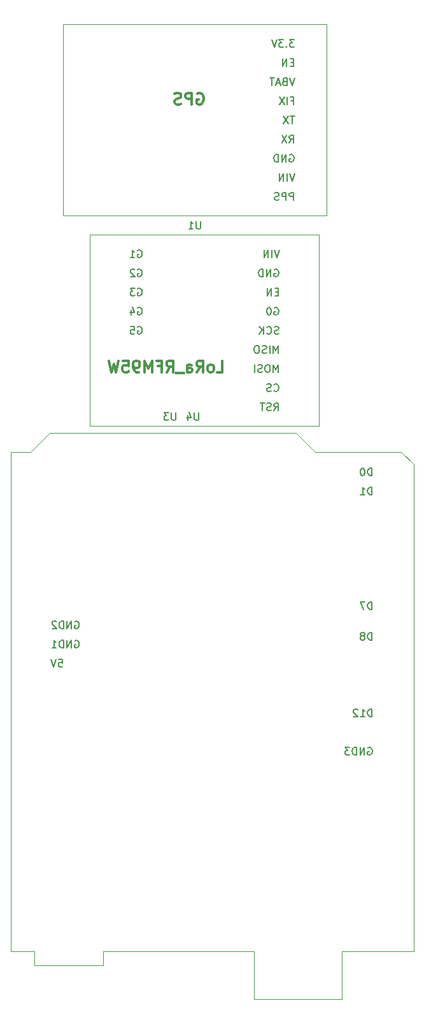
<source format=gbo>
G04 #@! TF.GenerationSoftware,KiCad,Pcbnew,5.1.6-c6e7f7d~87~ubuntu20.04.1*
G04 #@! TF.CreationDate,2020-08-06T14:16:39-04:00*
G04 #@! TF.ProjectId,Buoy_WithGSM,42756f79-5f57-4697-9468-47534d2e6b69,Leonardo Ward*
G04 #@! TF.SameCoordinates,Original*
G04 #@! TF.FileFunction,Legend,Bot*
G04 #@! TF.FilePolarity,Positive*
%FSLAX46Y46*%
G04 Gerber Fmt 4.6, Leading zero omitted, Abs format (unit mm)*
G04 Created by KiCad (PCBNEW 5.1.6-c6e7f7d~87~ubuntu20.04.1) date 2020-08-06 14:16:39*
%MOMM*%
%LPD*%
G01*
G04 APERTURE LIST*
%ADD10C,0.300000*%
%ADD11C,0.120000*%
%ADD12C,0.150000*%
G04 APERTURE END LIST*
D10*
X129316028Y-51345400D02*
X129458885Y-51273971D01*
X129673171Y-51273971D01*
X129887457Y-51345400D01*
X130030314Y-51488257D01*
X130101742Y-51631114D01*
X130173171Y-51916828D01*
X130173171Y-52131114D01*
X130101742Y-52416828D01*
X130030314Y-52559685D01*
X129887457Y-52702542D01*
X129673171Y-52773971D01*
X129530314Y-52773971D01*
X129316028Y-52702542D01*
X129244600Y-52631114D01*
X129244600Y-52131114D01*
X129530314Y-52131114D01*
X128601742Y-52773971D02*
X128601742Y-51273971D01*
X128030314Y-51273971D01*
X127887457Y-51345400D01*
X127816028Y-51416828D01*
X127744600Y-51559685D01*
X127744600Y-51773971D01*
X127816028Y-51916828D01*
X127887457Y-51988257D01*
X128030314Y-52059685D01*
X128601742Y-52059685D01*
X127173171Y-52702542D02*
X126958885Y-52773971D01*
X126601742Y-52773971D01*
X126458885Y-52702542D01*
X126387457Y-52631114D01*
X126316028Y-52488257D01*
X126316028Y-52345400D01*
X126387457Y-52202542D01*
X126458885Y-52131114D01*
X126601742Y-52059685D01*
X126887457Y-51988257D01*
X127030314Y-51916828D01*
X127101742Y-51845400D01*
X127173171Y-51702542D01*
X127173171Y-51559685D01*
X127101742Y-51416828D01*
X127030314Y-51345400D01*
X126887457Y-51273971D01*
X126530314Y-51273971D01*
X126316028Y-51345400D01*
X131946600Y-88333971D02*
X132660885Y-88333971D01*
X132660885Y-86833971D01*
X131232314Y-88333971D02*
X131375171Y-88262542D01*
X131446600Y-88191114D01*
X131518028Y-88048257D01*
X131518028Y-87619685D01*
X131446600Y-87476828D01*
X131375171Y-87405400D01*
X131232314Y-87333971D01*
X131018028Y-87333971D01*
X130875171Y-87405400D01*
X130803742Y-87476828D01*
X130732314Y-87619685D01*
X130732314Y-88048257D01*
X130803742Y-88191114D01*
X130875171Y-88262542D01*
X131018028Y-88333971D01*
X131232314Y-88333971D01*
X129232314Y-88333971D02*
X129732314Y-87619685D01*
X130089457Y-88333971D02*
X130089457Y-86833971D01*
X129518028Y-86833971D01*
X129375171Y-86905400D01*
X129303742Y-86976828D01*
X129232314Y-87119685D01*
X129232314Y-87333971D01*
X129303742Y-87476828D01*
X129375171Y-87548257D01*
X129518028Y-87619685D01*
X130089457Y-87619685D01*
X127946600Y-88333971D02*
X127946600Y-87548257D01*
X128018028Y-87405400D01*
X128160885Y-87333971D01*
X128446600Y-87333971D01*
X128589457Y-87405400D01*
X127946600Y-88262542D02*
X128089457Y-88333971D01*
X128446600Y-88333971D01*
X128589457Y-88262542D01*
X128660885Y-88119685D01*
X128660885Y-87976828D01*
X128589457Y-87833971D01*
X128446600Y-87762542D01*
X128089457Y-87762542D01*
X127946600Y-87691114D01*
X127589457Y-88476828D02*
X126446600Y-88476828D01*
X125232314Y-88333971D02*
X125732314Y-87619685D01*
X126089457Y-88333971D02*
X126089457Y-86833971D01*
X125518028Y-86833971D01*
X125375171Y-86905400D01*
X125303742Y-86976828D01*
X125232314Y-87119685D01*
X125232314Y-87333971D01*
X125303742Y-87476828D01*
X125375171Y-87548257D01*
X125518028Y-87619685D01*
X126089457Y-87619685D01*
X124089457Y-87548257D02*
X124589457Y-87548257D01*
X124589457Y-88333971D02*
X124589457Y-86833971D01*
X123875171Y-86833971D01*
X123303742Y-88333971D02*
X123303742Y-86833971D01*
X122803742Y-87905400D01*
X122303742Y-86833971D01*
X122303742Y-88333971D01*
X121518028Y-88333971D02*
X121232314Y-88333971D01*
X121089457Y-88262542D01*
X121018028Y-88191114D01*
X120875171Y-87976828D01*
X120803742Y-87691114D01*
X120803742Y-87119685D01*
X120875171Y-86976828D01*
X120946600Y-86905400D01*
X121089457Y-86833971D01*
X121375171Y-86833971D01*
X121518028Y-86905400D01*
X121589457Y-86976828D01*
X121660885Y-87119685D01*
X121660885Y-87476828D01*
X121589457Y-87619685D01*
X121518028Y-87691114D01*
X121375171Y-87762542D01*
X121089457Y-87762542D01*
X120946600Y-87691114D01*
X120875171Y-87619685D01*
X120803742Y-87476828D01*
X119446600Y-86833971D02*
X120160885Y-86833971D01*
X120232314Y-87548257D01*
X120160885Y-87476828D01*
X120018028Y-87405400D01*
X119660885Y-87405400D01*
X119518028Y-87476828D01*
X119446600Y-87548257D01*
X119375171Y-87691114D01*
X119375171Y-88048257D01*
X119446600Y-88191114D01*
X119518028Y-88262542D01*
X119660885Y-88333971D01*
X120018028Y-88333971D01*
X120160885Y-88262542D01*
X120232314Y-88191114D01*
X118875171Y-86833971D02*
X118518028Y-88333971D01*
X118232314Y-87262542D01*
X117946600Y-88333971D01*
X117589457Y-86833971D01*
D11*
X145012600Y-98955400D02*
X142472600Y-96415400D01*
X156442600Y-98955400D02*
X145012600Y-98955400D01*
X158092600Y-100605400D02*
X156442600Y-98955400D01*
X158092600Y-165255400D02*
X158092600Y-100605400D01*
X148562600Y-165255400D02*
X158092600Y-165255400D01*
X148562600Y-171605400D02*
X148562600Y-165255400D01*
X136882600Y-171605400D02*
X148562600Y-171605400D01*
X136882600Y-165255400D02*
X136882600Y-171605400D01*
X116812600Y-165255400D02*
X136882600Y-165255400D01*
X116812600Y-167155400D02*
X116812600Y-165255400D01*
X107672600Y-167155400D02*
X116812600Y-167155400D01*
X107672600Y-165255400D02*
X107672600Y-167155400D01*
X104492600Y-165255400D02*
X107672600Y-165255400D01*
X104492600Y-98955400D02*
X104492600Y-165255400D01*
X107162600Y-98955400D02*
X104492600Y-98955400D01*
X109702600Y-96415400D02*
X107162600Y-98955400D01*
X142472600Y-96415400D02*
X109702600Y-96415400D01*
X111480600Y-42189400D02*
X111480600Y-67589400D01*
X111480600Y-67589400D02*
X146532600Y-67589400D01*
X146532600Y-67589400D02*
X146532600Y-42189400D01*
X146532600Y-42189400D02*
X111480600Y-42189400D01*
X115036600Y-70129400D02*
X145516600Y-70129400D01*
X115036600Y-95529400D02*
X115036600Y-70129400D01*
X145516600Y-95529400D02*
X115036600Y-95529400D01*
X145516600Y-70129400D02*
X145516600Y-95529400D01*
D12*
X129514504Y-93711780D02*
X129514504Y-94521304D01*
X129466885Y-94616542D01*
X129419266Y-94664161D01*
X129324028Y-94711780D01*
X129133552Y-94711780D01*
X129038314Y-94664161D01*
X128990695Y-94616542D01*
X128943076Y-94521304D01*
X128943076Y-93711780D01*
X128038314Y-94045114D02*
X128038314Y-94711780D01*
X128276409Y-93664161D02*
X128514504Y-94378447D01*
X127895457Y-94378447D01*
X110895338Y-126477780D02*
X111371528Y-126477780D01*
X111419147Y-126953971D01*
X111371528Y-126906352D01*
X111276290Y-126858733D01*
X111038195Y-126858733D01*
X110942957Y-126906352D01*
X110895338Y-126953971D01*
X110847719Y-127049209D01*
X110847719Y-127287304D01*
X110895338Y-127382542D01*
X110942957Y-127430161D01*
X111038195Y-127477780D01*
X111276290Y-127477780D01*
X111371528Y-127430161D01*
X111419147Y-127382542D01*
X110562004Y-126477780D02*
X110228671Y-127477780D01*
X109895338Y-126477780D01*
X113038195Y-123985400D02*
X113133433Y-123937780D01*
X113276290Y-123937780D01*
X113419147Y-123985400D01*
X113514385Y-124080638D01*
X113562004Y-124175876D01*
X113609623Y-124366352D01*
X113609623Y-124509209D01*
X113562004Y-124699685D01*
X113514385Y-124794923D01*
X113419147Y-124890161D01*
X113276290Y-124937780D01*
X113181052Y-124937780D01*
X113038195Y-124890161D01*
X112990576Y-124842542D01*
X112990576Y-124509209D01*
X113181052Y-124509209D01*
X112562004Y-124937780D02*
X112562004Y-123937780D01*
X111990576Y-124937780D01*
X111990576Y-123937780D01*
X111514385Y-124937780D02*
X111514385Y-123937780D01*
X111276290Y-123937780D01*
X111133433Y-123985400D01*
X111038195Y-124080638D01*
X110990576Y-124175876D01*
X110942957Y-124366352D01*
X110942957Y-124509209D01*
X110990576Y-124699685D01*
X111038195Y-124794923D01*
X111133433Y-124890161D01*
X111276290Y-124937780D01*
X111514385Y-124937780D01*
X109990576Y-124937780D02*
X110562004Y-124937780D01*
X110276290Y-124937780D02*
X110276290Y-123937780D01*
X110371528Y-124080638D01*
X110466766Y-124175876D01*
X110562004Y-124223495D01*
X113038195Y-121445400D02*
X113133433Y-121397780D01*
X113276290Y-121397780D01*
X113419147Y-121445400D01*
X113514385Y-121540638D01*
X113562004Y-121635876D01*
X113609623Y-121826352D01*
X113609623Y-121969209D01*
X113562004Y-122159685D01*
X113514385Y-122254923D01*
X113419147Y-122350161D01*
X113276290Y-122397780D01*
X113181052Y-122397780D01*
X113038195Y-122350161D01*
X112990576Y-122302542D01*
X112990576Y-121969209D01*
X113181052Y-121969209D01*
X112562004Y-122397780D02*
X112562004Y-121397780D01*
X111990576Y-122397780D01*
X111990576Y-121397780D01*
X111514385Y-122397780D02*
X111514385Y-121397780D01*
X111276290Y-121397780D01*
X111133433Y-121445400D01*
X111038195Y-121540638D01*
X110990576Y-121635876D01*
X110942957Y-121826352D01*
X110942957Y-121969209D01*
X110990576Y-122159685D01*
X111038195Y-122254923D01*
X111133433Y-122350161D01*
X111276290Y-122397780D01*
X111514385Y-122397780D01*
X110562004Y-121493019D02*
X110514385Y-121445400D01*
X110419147Y-121397780D01*
X110181052Y-121397780D01*
X110085814Y-121445400D01*
X110038195Y-121493019D01*
X109990576Y-121588257D01*
X109990576Y-121683495D01*
X110038195Y-121826352D01*
X110609623Y-122397780D01*
X109990576Y-122397780D01*
X152547004Y-102077780D02*
X152547004Y-101077780D01*
X152308909Y-101077780D01*
X152166052Y-101125400D01*
X152070814Y-101220638D01*
X152023195Y-101315876D01*
X151975576Y-101506352D01*
X151975576Y-101649209D01*
X152023195Y-101839685D01*
X152070814Y-101934923D01*
X152166052Y-102030161D01*
X152308909Y-102077780D01*
X152547004Y-102077780D01*
X151356528Y-101077780D02*
X151261290Y-101077780D01*
X151166052Y-101125400D01*
X151118433Y-101173019D01*
X151070814Y-101268257D01*
X151023195Y-101458733D01*
X151023195Y-101696828D01*
X151070814Y-101887304D01*
X151118433Y-101982542D01*
X151166052Y-102030161D01*
X151261290Y-102077780D01*
X151356528Y-102077780D01*
X151451766Y-102030161D01*
X151499385Y-101982542D01*
X151547004Y-101887304D01*
X151594623Y-101696828D01*
X151594623Y-101458733D01*
X151547004Y-101268257D01*
X151499385Y-101173019D01*
X151451766Y-101125400D01*
X151356528Y-101077780D01*
X152547004Y-104617780D02*
X152547004Y-103617780D01*
X152308909Y-103617780D01*
X152166052Y-103665400D01*
X152070814Y-103760638D01*
X152023195Y-103855876D01*
X151975576Y-104046352D01*
X151975576Y-104189209D01*
X152023195Y-104379685D01*
X152070814Y-104474923D01*
X152166052Y-104570161D01*
X152308909Y-104617780D01*
X152547004Y-104617780D01*
X151023195Y-104617780D02*
X151594623Y-104617780D01*
X151308909Y-104617780D02*
X151308909Y-103617780D01*
X151404147Y-103760638D01*
X151499385Y-103855876D01*
X151594623Y-103903495D01*
X152547004Y-119857780D02*
X152547004Y-118857780D01*
X152308909Y-118857780D01*
X152166052Y-118905400D01*
X152070814Y-119000638D01*
X152023195Y-119095876D01*
X151975576Y-119286352D01*
X151975576Y-119429209D01*
X152023195Y-119619685D01*
X152070814Y-119714923D01*
X152166052Y-119810161D01*
X152308909Y-119857780D01*
X152547004Y-119857780D01*
X151642242Y-118857780D02*
X150975576Y-118857780D01*
X151404147Y-119857780D01*
X152547004Y-123921780D02*
X152547004Y-122921780D01*
X152308909Y-122921780D01*
X152166052Y-122969400D01*
X152070814Y-123064638D01*
X152023195Y-123159876D01*
X151975576Y-123350352D01*
X151975576Y-123493209D01*
X152023195Y-123683685D01*
X152070814Y-123778923D01*
X152166052Y-123874161D01*
X152308909Y-123921780D01*
X152547004Y-123921780D01*
X151404147Y-123350352D02*
X151499385Y-123302733D01*
X151547004Y-123255114D01*
X151594623Y-123159876D01*
X151594623Y-123112257D01*
X151547004Y-123017019D01*
X151499385Y-122969400D01*
X151404147Y-122921780D01*
X151213671Y-122921780D01*
X151118433Y-122969400D01*
X151070814Y-123017019D01*
X151023195Y-123112257D01*
X151023195Y-123159876D01*
X151070814Y-123255114D01*
X151118433Y-123302733D01*
X151213671Y-123350352D01*
X151404147Y-123350352D01*
X151499385Y-123397971D01*
X151547004Y-123445590D01*
X151594623Y-123540828D01*
X151594623Y-123731304D01*
X151547004Y-123826542D01*
X151499385Y-123874161D01*
X151404147Y-123921780D01*
X151213671Y-123921780D01*
X151118433Y-123874161D01*
X151070814Y-123826542D01*
X151023195Y-123731304D01*
X151023195Y-123540828D01*
X151070814Y-123445590D01*
X151118433Y-123397971D01*
X151213671Y-123350352D01*
X152547004Y-134081780D02*
X152547004Y-133081780D01*
X152308909Y-133081780D01*
X152166052Y-133129400D01*
X152070814Y-133224638D01*
X152023195Y-133319876D01*
X151975576Y-133510352D01*
X151975576Y-133653209D01*
X152023195Y-133843685D01*
X152070814Y-133938923D01*
X152166052Y-134034161D01*
X152308909Y-134081780D01*
X152547004Y-134081780D01*
X151023195Y-134081780D02*
X151594623Y-134081780D01*
X151308909Y-134081780D02*
X151308909Y-133081780D01*
X151404147Y-133224638D01*
X151499385Y-133319876D01*
X151594623Y-133367495D01*
X150642242Y-133177019D02*
X150594623Y-133129400D01*
X150499385Y-133081780D01*
X150261290Y-133081780D01*
X150166052Y-133129400D01*
X150118433Y-133177019D01*
X150070814Y-133272257D01*
X150070814Y-133367495D01*
X150118433Y-133510352D01*
X150689861Y-134081780D01*
X150070814Y-134081780D01*
X152023195Y-138209400D02*
X152118433Y-138161780D01*
X152261290Y-138161780D01*
X152404147Y-138209400D01*
X152499385Y-138304638D01*
X152547004Y-138399876D01*
X152594623Y-138590352D01*
X152594623Y-138733209D01*
X152547004Y-138923685D01*
X152499385Y-139018923D01*
X152404147Y-139114161D01*
X152261290Y-139161780D01*
X152166052Y-139161780D01*
X152023195Y-139114161D01*
X151975576Y-139066542D01*
X151975576Y-138733209D01*
X152166052Y-138733209D01*
X151547004Y-139161780D02*
X151547004Y-138161780D01*
X150975576Y-139161780D01*
X150975576Y-138161780D01*
X150499385Y-139161780D02*
X150499385Y-138161780D01*
X150261290Y-138161780D01*
X150118433Y-138209400D01*
X150023195Y-138304638D01*
X149975576Y-138399876D01*
X149927957Y-138590352D01*
X149927957Y-138733209D01*
X149975576Y-138923685D01*
X150023195Y-139018923D01*
X150118433Y-139114161D01*
X150261290Y-139161780D01*
X150499385Y-139161780D01*
X149594623Y-138161780D02*
X148975576Y-138161780D01*
X149308909Y-138542733D01*
X149166052Y-138542733D01*
X149070814Y-138590352D01*
X149023195Y-138637971D01*
X148975576Y-138733209D01*
X148975576Y-138971304D01*
X149023195Y-139066542D01*
X149070814Y-139114161D01*
X149166052Y-139161780D01*
X149451766Y-139161780D01*
X149547004Y-139114161D01*
X149594623Y-139066542D01*
X129768504Y-68311780D02*
X129768504Y-69121304D01*
X129720885Y-69216542D01*
X129673266Y-69264161D01*
X129578028Y-69311780D01*
X129387552Y-69311780D01*
X129292314Y-69264161D01*
X129244695Y-69216542D01*
X129197076Y-69121304D01*
X129197076Y-68311780D01*
X128197076Y-69311780D02*
X128768504Y-69311780D01*
X128482790Y-69311780D02*
X128482790Y-68311780D01*
X128578028Y-68454638D01*
X128673266Y-68549876D01*
X128768504Y-68597495D01*
X142133004Y-65501780D02*
X142133004Y-64501780D01*
X141752052Y-64501780D01*
X141656814Y-64549400D01*
X141609195Y-64597019D01*
X141561576Y-64692257D01*
X141561576Y-64835114D01*
X141609195Y-64930352D01*
X141656814Y-64977971D01*
X141752052Y-65025590D01*
X142133004Y-65025590D01*
X141133004Y-65501780D02*
X141133004Y-64501780D01*
X140752052Y-64501780D01*
X140656814Y-64549400D01*
X140609195Y-64597019D01*
X140561576Y-64692257D01*
X140561576Y-64835114D01*
X140609195Y-64930352D01*
X140656814Y-64977971D01*
X140752052Y-65025590D01*
X141133004Y-65025590D01*
X140180623Y-65454161D02*
X140037766Y-65501780D01*
X139799671Y-65501780D01*
X139704433Y-65454161D01*
X139656814Y-65406542D01*
X139609195Y-65311304D01*
X139609195Y-65216066D01*
X139656814Y-65120828D01*
X139704433Y-65073209D01*
X139799671Y-65025590D01*
X139990147Y-64977971D01*
X140085385Y-64930352D01*
X140133004Y-64882733D01*
X140180623Y-64787495D01*
X140180623Y-64692257D01*
X140133004Y-64597019D01*
X140085385Y-64549400D01*
X139990147Y-64501780D01*
X139752052Y-64501780D01*
X139609195Y-64549400D01*
X142275861Y-61961780D02*
X141942528Y-62961780D01*
X141609195Y-61961780D01*
X141275861Y-62961780D02*
X141275861Y-61961780D01*
X140799671Y-62961780D02*
X140799671Y-61961780D01*
X140228242Y-62961780D01*
X140228242Y-61961780D01*
X141609195Y-59469400D02*
X141704433Y-59421780D01*
X141847290Y-59421780D01*
X141990147Y-59469400D01*
X142085385Y-59564638D01*
X142133004Y-59659876D01*
X142180623Y-59850352D01*
X142180623Y-59993209D01*
X142133004Y-60183685D01*
X142085385Y-60278923D01*
X141990147Y-60374161D01*
X141847290Y-60421780D01*
X141752052Y-60421780D01*
X141609195Y-60374161D01*
X141561576Y-60326542D01*
X141561576Y-59993209D01*
X141752052Y-59993209D01*
X141133004Y-60421780D02*
X141133004Y-59421780D01*
X140561576Y-60421780D01*
X140561576Y-59421780D01*
X140085385Y-60421780D02*
X140085385Y-59421780D01*
X139847290Y-59421780D01*
X139704433Y-59469400D01*
X139609195Y-59564638D01*
X139561576Y-59659876D01*
X139513957Y-59850352D01*
X139513957Y-59993209D01*
X139561576Y-60183685D01*
X139609195Y-60278923D01*
X139704433Y-60374161D01*
X139847290Y-60421780D01*
X140085385Y-60421780D01*
X141561576Y-57881780D02*
X141894909Y-57405590D01*
X142133004Y-57881780D02*
X142133004Y-56881780D01*
X141752052Y-56881780D01*
X141656814Y-56929400D01*
X141609195Y-56977019D01*
X141561576Y-57072257D01*
X141561576Y-57215114D01*
X141609195Y-57310352D01*
X141656814Y-57357971D01*
X141752052Y-57405590D01*
X142133004Y-57405590D01*
X141228242Y-56881780D02*
X140561576Y-57881780D01*
X140561576Y-56881780D02*
X141228242Y-57881780D01*
X142275861Y-54341780D02*
X141704433Y-54341780D01*
X141990147Y-55341780D02*
X141990147Y-54341780D01*
X141466338Y-54341780D02*
X140799671Y-55341780D01*
X140799671Y-54341780D02*
X141466338Y-55341780D01*
X141799671Y-52277971D02*
X142133004Y-52277971D01*
X142133004Y-52801780D02*
X142133004Y-51801780D01*
X141656814Y-51801780D01*
X141275861Y-52801780D02*
X141275861Y-51801780D01*
X140894909Y-51801780D02*
X140228242Y-52801780D01*
X140228242Y-51801780D02*
X140894909Y-52801780D01*
X142275861Y-49261780D02*
X141942528Y-50261780D01*
X141609195Y-49261780D01*
X140942528Y-49737971D02*
X140799671Y-49785590D01*
X140752052Y-49833209D01*
X140704433Y-49928447D01*
X140704433Y-50071304D01*
X140752052Y-50166542D01*
X140799671Y-50214161D01*
X140894909Y-50261780D01*
X141275861Y-50261780D01*
X141275861Y-49261780D01*
X140942528Y-49261780D01*
X140847290Y-49309400D01*
X140799671Y-49357019D01*
X140752052Y-49452257D01*
X140752052Y-49547495D01*
X140799671Y-49642733D01*
X140847290Y-49690352D01*
X140942528Y-49737971D01*
X141275861Y-49737971D01*
X140323480Y-49976066D02*
X139847290Y-49976066D01*
X140418719Y-50261780D02*
X140085385Y-49261780D01*
X139752052Y-50261780D01*
X139561576Y-49261780D02*
X138990147Y-49261780D01*
X139275861Y-50261780D02*
X139275861Y-49261780D01*
X142133004Y-47197971D02*
X141799671Y-47197971D01*
X141656814Y-47721780D02*
X142133004Y-47721780D01*
X142133004Y-46721780D01*
X141656814Y-46721780D01*
X141228242Y-47721780D02*
X141228242Y-46721780D01*
X140656814Y-47721780D01*
X140656814Y-46721780D01*
X142228242Y-44181780D02*
X141609195Y-44181780D01*
X141942528Y-44562733D01*
X141799671Y-44562733D01*
X141704433Y-44610352D01*
X141656814Y-44657971D01*
X141609195Y-44753209D01*
X141609195Y-44991304D01*
X141656814Y-45086542D01*
X141704433Y-45134161D01*
X141799671Y-45181780D01*
X142085385Y-45181780D01*
X142180623Y-45134161D01*
X142228242Y-45086542D01*
X141180623Y-45086542D02*
X141133004Y-45134161D01*
X141180623Y-45181780D01*
X141228242Y-45134161D01*
X141180623Y-45086542D01*
X141180623Y-45181780D01*
X140799671Y-44181780D02*
X140180623Y-44181780D01*
X140513957Y-44562733D01*
X140371100Y-44562733D01*
X140275861Y-44610352D01*
X140228242Y-44657971D01*
X140180623Y-44753209D01*
X140180623Y-44991304D01*
X140228242Y-45086542D01*
X140275861Y-45134161D01*
X140371100Y-45181780D01*
X140656814Y-45181780D01*
X140752052Y-45134161D01*
X140799671Y-45086542D01*
X139894909Y-44181780D02*
X139561576Y-45181780D01*
X139228242Y-44181780D01*
X126466504Y-93711780D02*
X126466504Y-94521304D01*
X126418885Y-94616542D01*
X126371266Y-94664161D01*
X126276028Y-94711780D01*
X126085552Y-94711780D01*
X125990314Y-94664161D01*
X125942695Y-94616542D01*
X125895076Y-94521304D01*
X125895076Y-93711780D01*
X125514123Y-93711780D02*
X124895076Y-93711780D01*
X125228409Y-94092733D01*
X125085552Y-94092733D01*
X124990314Y-94140352D01*
X124942695Y-94187971D01*
X124895076Y-94283209D01*
X124895076Y-94521304D01*
X124942695Y-94616542D01*
X124990314Y-94664161D01*
X125085552Y-94711780D01*
X125371266Y-94711780D01*
X125466504Y-94664161D01*
X125514123Y-94616542D01*
X140243861Y-72121780D02*
X139910528Y-73121780D01*
X139577195Y-72121780D01*
X139243861Y-73121780D02*
X139243861Y-72121780D01*
X138767671Y-73121780D02*
X138767671Y-72121780D01*
X138196242Y-73121780D01*
X138196242Y-72121780D01*
X139577195Y-74709400D02*
X139672433Y-74661780D01*
X139815290Y-74661780D01*
X139958147Y-74709400D01*
X140053385Y-74804638D01*
X140101004Y-74899876D01*
X140148623Y-75090352D01*
X140148623Y-75233209D01*
X140101004Y-75423685D01*
X140053385Y-75518923D01*
X139958147Y-75614161D01*
X139815290Y-75661780D01*
X139720052Y-75661780D01*
X139577195Y-75614161D01*
X139529576Y-75566542D01*
X139529576Y-75233209D01*
X139720052Y-75233209D01*
X139101004Y-75661780D02*
X139101004Y-74661780D01*
X138529576Y-75661780D01*
X138529576Y-74661780D01*
X138053385Y-75661780D02*
X138053385Y-74661780D01*
X137815290Y-74661780D01*
X137672433Y-74709400D01*
X137577195Y-74804638D01*
X137529576Y-74899876D01*
X137481957Y-75090352D01*
X137481957Y-75233209D01*
X137529576Y-75423685D01*
X137577195Y-75518923D01*
X137672433Y-75614161D01*
X137815290Y-75661780D01*
X138053385Y-75661780D01*
X140101004Y-77677971D02*
X139767671Y-77677971D01*
X139624814Y-78201780D02*
X140101004Y-78201780D01*
X140101004Y-77201780D01*
X139624814Y-77201780D01*
X139196242Y-78201780D02*
X139196242Y-77201780D01*
X138624814Y-78201780D01*
X138624814Y-77201780D01*
X139577195Y-79789400D02*
X139672433Y-79741780D01*
X139815290Y-79741780D01*
X139958147Y-79789400D01*
X140053385Y-79884638D01*
X140101004Y-79979876D01*
X140148623Y-80170352D01*
X140148623Y-80313209D01*
X140101004Y-80503685D01*
X140053385Y-80598923D01*
X139958147Y-80694161D01*
X139815290Y-80741780D01*
X139720052Y-80741780D01*
X139577195Y-80694161D01*
X139529576Y-80646542D01*
X139529576Y-80313209D01*
X139720052Y-80313209D01*
X138910528Y-79741780D02*
X138815290Y-79741780D01*
X138720052Y-79789400D01*
X138672433Y-79837019D01*
X138624814Y-79932257D01*
X138577195Y-80122733D01*
X138577195Y-80360828D01*
X138624814Y-80551304D01*
X138672433Y-80646542D01*
X138720052Y-80694161D01*
X138815290Y-80741780D01*
X138910528Y-80741780D01*
X139005766Y-80694161D01*
X139053385Y-80646542D01*
X139101004Y-80551304D01*
X139148623Y-80360828D01*
X139148623Y-80122733D01*
X139101004Y-79932257D01*
X139053385Y-79837019D01*
X139005766Y-79789400D01*
X138910528Y-79741780D01*
X140148623Y-83234161D02*
X140005766Y-83281780D01*
X139767671Y-83281780D01*
X139672433Y-83234161D01*
X139624814Y-83186542D01*
X139577195Y-83091304D01*
X139577195Y-82996066D01*
X139624814Y-82900828D01*
X139672433Y-82853209D01*
X139767671Y-82805590D01*
X139958147Y-82757971D01*
X140053385Y-82710352D01*
X140101004Y-82662733D01*
X140148623Y-82567495D01*
X140148623Y-82472257D01*
X140101004Y-82377019D01*
X140053385Y-82329400D01*
X139958147Y-82281780D01*
X139720052Y-82281780D01*
X139577195Y-82329400D01*
X138577195Y-83186542D02*
X138624814Y-83234161D01*
X138767671Y-83281780D01*
X138862909Y-83281780D01*
X139005766Y-83234161D01*
X139101004Y-83138923D01*
X139148623Y-83043685D01*
X139196242Y-82853209D01*
X139196242Y-82710352D01*
X139148623Y-82519876D01*
X139101004Y-82424638D01*
X139005766Y-82329400D01*
X138862909Y-82281780D01*
X138767671Y-82281780D01*
X138624814Y-82329400D01*
X138577195Y-82377019D01*
X138148623Y-83281780D02*
X138148623Y-82281780D01*
X137577195Y-83281780D02*
X138005766Y-82710352D01*
X137577195Y-82281780D02*
X138148623Y-82853209D01*
X140101004Y-85821780D02*
X140101004Y-84821780D01*
X139767671Y-85536066D01*
X139434338Y-84821780D01*
X139434338Y-85821780D01*
X138958147Y-85821780D02*
X138958147Y-84821780D01*
X138529576Y-85774161D02*
X138386719Y-85821780D01*
X138148623Y-85821780D01*
X138053385Y-85774161D01*
X138005766Y-85726542D01*
X137958147Y-85631304D01*
X137958147Y-85536066D01*
X138005766Y-85440828D01*
X138053385Y-85393209D01*
X138148623Y-85345590D01*
X138339100Y-85297971D01*
X138434338Y-85250352D01*
X138481957Y-85202733D01*
X138529576Y-85107495D01*
X138529576Y-85012257D01*
X138481957Y-84917019D01*
X138434338Y-84869400D01*
X138339100Y-84821780D01*
X138101004Y-84821780D01*
X137958147Y-84869400D01*
X137339100Y-84821780D02*
X137148623Y-84821780D01*
X137053385Y-84869400D01*
X136958147Y-84964638D01*
X136910528Y-85155114D01*
X136910528Y-85488447D01*
X136958147Y-85678923D01*
X137053385Y-85774161D01*
X137148623Y-85821780D01*
X137339100Y-85821780D01*
X137434338Y-85774161D01*
X137529576Y-85678923D01*
X137577195Y-85488447D01*
X137577195Y-85155114D01*
X137529576Y-84964638D01*
X137434338Y-84869400D01*
X137339100Y-84821780D01*
X140101004Y-88361780D02*
X140101004Y-87361780D01*
X139767671Y-88076066D01*
X139434338Y-87361780D01*
X139434338Y-88361780D01*
X138767671Y-87361780D02*
X138577195Y-87361780D01*
X138481957Y-87409400D01*
X138386719Y-87504638D01*
X138339100Y-87695114D01*
X138339100Y-88028447D01*
X138386719Y-88218923D01*
X138481957Y-88314161D01*
X138577195Y-88361780D01*
X138767671Y-88361780D01*
X138862909Y-88314161D01*
X138958147Y-88218923D01*
X139005766Y-88028447D01*
X139005766Y-87695114D01*
X138958147Y-87504638D01*
X138862909Y-87409400D01*
X138767671Y-87361780D01*
X137958147Y-88314161D02*
X137815290Y-88361780D01*
X137577195Y-88361780D01*
X137481957Y-88314161D01*
X137434338Y-88266542D01*
X137386719Y-88171304D01*
X137386719Y-88076066D01*
X137434338Y-87980828D01*
X137481957Y-87933209D01*
X137577195Y-87885590D01*
X137767671Y-87837971D01*
X137862909Y-87790352D01*
X137910528Y-87742733D01*
X137958147Y-87647495D01*
X137958147Y-87552257D01*
X137910528Y-87457019D01*
X137862909Y-87409400D01*
X137767671Y-87361780D01*
X137529576Y-87361780D01*
X137386719Y-87409400D01*
X136958147Y-88361780D02*
X136958147Y-87361780D01*
X139529576Y-90806542D02*
X139577195Y-90854161D01*
X139720052Y-90901780D01*
X139815290Y-90901780D01*
X139958147Y-90854161D01*
X140053385Y-90758923D01*
X140101004Y-90663685D01*
X140148623Y-90473209D01*
X140148623Y-90330352D01*
X140101004Y-90139876D01*
X140053385Y-90044638D01*
X139958147Y-89949400D01*
X139815290Y-89901780D01*
X139720052Y-89901780D01*
X139577195Y-89949400D01*
X139529576Y-89997019D01*
X139148623Y-90854161D02*
X139005766Y-90901780D01*
X138767671Y-90901780D01*
X138672433Y-90854161D01*
X138624814Y-90806542D01*
X138577195Y-90711304D01*
X138577195Y-90616066D01*
X138624814Y-90520828D01*
X138672433Y-90473209D01*
X138767671Y-90425590D01*
X138958147Y-90377971D01*
X139053385Y-90330352D01*
X139101004Y-90282733D01*
X139148623Y-90187495D01*
X139148623Y-90092257D01*
X139101004Y-89997019D01*
X139053385Y-89949400D01*
X138958147Y-89901780D01*
X138720052Y-89901780D01*
X138577195Y-89949400D01*
X139529576Y-93441780D02*
X139862909Y-92965590D01*
X140101004Y-93441780D02*
X140101004Y-92441780D01*
X139720052Y-92441780D01*
X139624814Y-92489400D01*
X139577195Y-92537019D01*
X139529576Y-92632257D01*
X139529576Y-92775114D01*
X139577195Y-92870352D01*
X139624814Y-92917971D01*
X139720052Y-92965590D01*
X140101004Y-92965590D01*
X139148623Y-93394161D02*
X139005766Y-93441780D01*
X138767671Y-93441780D01*
X138672433Y-93394161D01*
X138624814Y-93346542D01*
X138577195Y-93251304D01*
X138577195Y-93156066D01*
X138624814Y-93060828D01*
X138672433Y-93013209D01*
X138767671Y-92965590D01*
X138958147Y-92917971D01*
X139053385Y-92870352D01*
X139101004Y-92822733D01*
X139148623Y-92727495D01*
X139148623Y-92632257D01*
X139101004Y-92537019D01*
X139053385Y-92489400D01*
X138958147Y-92441780D01*
X138720052Y-92441780D01*
X138577195Y-92489400D01*
X138291480Y-92441780D02*
X137720052Y-92441780D01*
X138005766Y-93441780D02*
X138005766Y-92441780D01*
X121404576Y-72169400D02*
X121499814Y-72121780D01*
X121642671Y-72121780D01*
X121785528Y-72169400D01*
X121880766Y-72264638D01*
X121928385Y-72359876D01*
X121976004Y-72550352D01*
X121976004Y-72693209D01*
X121928385Y-72883685D01*
X121880766Y-72978923D01*
X121785528Y-73074161D01*
X121642671Y-73121780D01*
X121547433Y-73121780D01*
X121404576Y-73074161D01*
X121356957Y-73026542D01*
X121356957Y-72693209D01*
X121547433Y-72693209D01*
X120404576Y-73121780D02*
X120976004Y-73121780D01*
X120690290Y-73121780D02*
X120690290Y-72121780D01*
X120785528Y-72264638D01*
X120880766Y-72359876D01*
X120976004Y-72407495D01*
X121404576Y-74709400D02*
X121499814Y-74661780D01*
X121642671Y-74661780D01*
X121785528Y-74709400D01*
X121880766Y-74804638D01*
X121928385Y-74899876D01*
X121976004Y-75090352D01*
X121976004Y-75233209D01*
X121928385Y-75423685D01*
X121880766Y-75518923D01*
X121785528Y-75614161D01*
X121642671Y-75661780D01*
X121547433Y-75661780D01*
X121404576Y-75614161D01*
X121356957Y-75566542D01*
X121356957Y-75233209D01*
X121547433Y-75233209D01*
X120976004Y-74757019D02*
X120928385Y-74709400D01*
X120833147Y-74661780D01*
X120595052Y-74661780D01*
X120499814Y-74709400D01*
X120452195Y-74757019D01*
X120404576Y-74852257D01*
X120404576Y-74947495D01*
X120452195Y-75090352D01*
X121023623Y-75661780D01*
X120404576Y-75661780D01*
X121404576Y-77249400D02*
X121499814Y-77201780D01*
X121642671Y-77201780D01*
X121785528Y-77249400D01*
X121880766Y-77344638D01*
X121928385Y-77439876D01*
X121976004Y-77630352D01*
X121976004Y-77773209D01*
X121928385Y-77963685D01*
X121880766Y-78058923D01*
X121785528Y-78154161D01*
X121642671Y-78201780D01*
X121547433Y-78201780D01*
X121404576Y-78154161D01*
X121356957Y-78106542D01*
X121356957Y-77773209D01*
X121547433Y-77773209D01*
X121023623Y-77201780D02*
X120404576Y-77201780D01*
X120737909Y-77582733D01*
X120595052Y-77582733D01*
X120499814Y-77630352D01*
X120452195Y-77677971D01*
X120404576Y-77773209D01*
X120404576Y-78011304D01*
X120452195Y-78106542D01*
X120499814Y-78154161D01*
X120595052Y-78201780D01*
X120880766Y-78201780D01*
X120976004Y-78154161D01*
X121023623Y-78106542D01*
X121404576Y-79789400D02*
X121499814Y-79741780D01*
X121642671Y-79741780D01*
X121785528Y-79789400D01*
X121880766Y-79884638D01*
X121928385Y-79979876D01*
X121976004Y-80170352D01*
X121976004Y-80313209D01*
X121928385Y-80503685D01*
X121880766Y-80598923D01*
X121785528Y-80694161D01*
X121642671Y-80741780D01*
X121547433Y-80741780D01*
X121404576Y-80694161D01*
X121356957Y-80646542D01*
X121356957Y-80313209D01*
X121547433Y-80313209D01*
X120499814Y-80075114D02*
X120499814Y-80741780D01*
X120737909Y-79694161D02*
X120976004Y-80408447D01*
X120356957Y-80408447D01*
X121404576Y-82329400D02*
X121499814Y-82281780D01*
X121642671Y-82281780D01*
X121785528Y-82329400D01*
X121880766Y-82424638D01*
X121928385Y-82519876D01*
X121976004Y-82710352D01*
X121976004Y-82853209D01*
X121928385Y-83043685D01*
X121880766Y-83138923D01*
X121785528Y-83234161D01*
X121642671Y-83281780D01*
X121547433Y-83281780D01*
X121404576Y-83234161D01*
X121356957Y-83186542D01*
X121356957Y-82853209D01*
X121547433Y-82853209D01*
X120452195Y-82281780D02*
X120928385Y-82281780D01*
X120976004Y-82757971D01*
X120928385Y-82710352D01*
X120833147Y-82662733D01*
X120595052Y-82662733D01*
X120499814Y-82710352D01*
X120452195Y-82757971D01*
X120404576Y-82853209D01*
X120404576Y-83091304D01*
X120452195Y-83186542D01*
X120499814Y-83234161D01*
X120595052Y-83281780D01*
X120833147Y-83281780D01*
X120928385Y-83234161D01*
X120976004Y-83186542D01*
M02*

</source>
